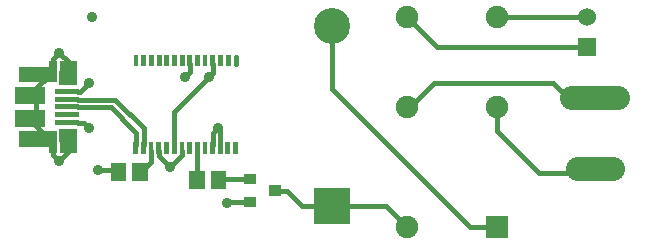
<source format=gbr>
G04 start of page 2 for group 0 idx 0 *
G04 Title: (unknown), component *
G04 Creator: pcb 20091103 *
G04 CreationDate: Thu 05 May 2011 07:25:20 AM GMT UTC *
G04 For: gjhurlbu *
G04 Format: Gerber/RS-274X *
G04 PCB-Dimensions: 600000 500000 *
G04 PCB-Coordinate-Origin: lower left *
%MOIN*%
%FSLAX25Y25*%
%LNFRONT*%
%ADD11C,0.0150*%
%ADD12C,0.0200*%
%ADD13C,0.1200*%
%ADD14C,0.0750*%
%ADD15C,0.0600*%
%ADD16C,0.0800*%
%ADD17C,0.0360*%
%ADD18R,0.0158X0.0158*%
%ADD19R,0.0551X0.0551*%
%ADD20R,0.0276X0.0276*%
%ADD21R,0.0512X0.0512*%
%ADD22R,0.0561X0.0561*%
%ADD23R,0.0160X0.0160*%
%ADD24R,0.0340X0.0340*%
%ADD25C,0.0160*%
%ADD26C,0.0630*%
%ADD27C,0.0520*%
%ADD28C,0.0260*%
%ADD29C,0.0380*%
%ADD30C,0.0390*%
G54D11*X65435Y419907D02*X65907D01*
X69000Y423000D01*
X65435Y409671D02*X67329D01*
X69000Y408000D01*
X57078Y401024D02*Y398922D01*
X59000Y397000D01*
X62196Y402400D02*Y400196D01*
X59000Y397000D01*
X65435Y414789D02*X76211D01*
X65435Y417348D02*X77652D01*
X76211Y414789D02*X84000Y407000D01*
X87200Y407800D02*X77652Y417348D01*
X84600Y406400D02*X83000Y408000D01*
X78914Y393786D02*X72214D01*
X72000Y394000D01*
X84600Y402400D02*Y406400D01*
X87200Y402400D02*Y407800D01*
X92300Y400200D02*Y398700D01*
X89700Y400200D02*Y396700D01*
X86000Y393000D01*
X92300Y398700D02*X96000Y395000D01*
X100000Y400200D02*Y399000D01*
X96000Y395000D01*
X110300Y429300D02*Y426300D01*
X97400Y413400D01*
X102600Y429300D02*Y426600D01*
X101000Y425000D01*
X97400Y402400D02*Y413400D01*
X110200Y402400D02*Y406200D01*
X112000Y408000D01*
X112800Y402400D02*Y407200D01*
X105100Y400200D02*Y391100D01*
X105000Y391000D01*
X112086D02*X122400D01*
X115200Y383200D02*X115000Y383000D01*
X122400Y383200D02*X115200D01*
X131200Y387100D02*X134900D01*
X140000Y382000D01*
X168000D01*
X175000Y375000D01*
X205000D02*X196000D01*
X150000Y421000D01*
X112800Y407200D02*X112000Y408000D01*
X175000Y415000D02*X176000D01*
X184000Y423000D01*
X205000Y415000D02*Y407000D01*
Y445000D02*X235000D01*
Y435000D02*X185000D01*
X175000Y445000D01*
X184000Y423000D02*X223800D01*
X229900Y416900D01*
X205000Y407000D02*X219000Y393000D01*
X231600D01*
X231900Y393300D01*
X150000Y421000D02*Y442000D01*
X62196Y427600D02*Y429804D01*
X59000Y433000D01*
X57078Y428976D02*Y431078D01*
X59000Y433000D01*
X51517Y421348D02*X55897Y425728D01*
X51517Y411211D02*Y408652D01*
X55897Y404272D01*
X51517Y421348D02*Y411211D01*
G54D12*G36*
X144000Y388000D02*Y376000D01*
X156000D01*
Y388000D01*
X144000D01*
G37*
G54D13*X150000Y442000D03*
G54D14*X175000Y375000D03*
G54D12*G36*
X60546Y426847D02*Y422247D01*
X65146D01*
Y426847D01*
X60546D01*
G37*
G36*
X59777D02*Y422247D01*
X64377D01*
Y426847D01*
X59777D01*
G37*
G36*
X59008D02*Y422247D01*
X63608D01*
Y426847D01*
X59008D01*
G37*
G36*
X47022Y428028D02*Y423428D01*
X51622D01*
Y428028D01*
X47022D01*
G37*
G36*
X48085D02*Y423428D01*
X52685D01*
Y428028D01*
X48085D01*
G37*
G36*
X49148D02*Y423428D01*
X53748D01*
Y428028D01*
X49148D01*
G37*
G36*
X60546Y407753D02*Y403153D01*
X65146D01*
Y407753D01*
X60546D01*
G37*
G36*
X59777D02*Y403153D01*
X64377D01*
Y407753D01*
X59777D01*
G37*
G36*
X59008D02*Y403153D01*
X63608D01*
Y407753D01*
X59008D01*
G37*
G36*
X47022Y406572D02*Y401972D01*
X51622D01*
Y406572D01*
X47022D01*
G37*
G36*
X48085D02*Y401972D01*
X52685D01*
Y406572D01*
X48085D01*
G37*
G36*
X49148D02*Y401972D01*
X53748D01*
Y406572D01*
X49148D01*
G37*
G36*
X232000Y438000D02*Y432000D01*
X238000D01*
Y438000D01*
X232000D01*
G37*
G54D15*X235000Y445000D03*
G54D14*X175000D03*
Y415000D03*
G54D16*X231900Y394300D03*
X233800D03*
X235800D03*
X237700D03*
X239700D03*
X241600D03*
X229900Y417900D03*
X231900D03*
X233800D03*
X235800D03*
X237700D03*
X239700D03*
X241600D03*
X243600D03*
X245500D03*
X243600Y394300D03*
G54D12*G36*
X201250Y378750D02*Y371250D01*
X208750D01*
Y378750D01*
X201250D01*
G37*
G54D14*X205000Y415000D03*
Y445000D03*
G54D17*X69000Y408000D03*
X96000Y395000D03*
X72000Y394000D03*
X69000Y423000D03*
X70000Y445000D03*
X109000Y425000D03*
X101000D03*
X112000Y408000D03*
X115000Y383000D03*
X59000Y397000D03*
Y433000D03*
G54D18*X58456Y420118D02*X64952D01*
G54D19*X62196Y427600D02*Y425236D01*
G54D20*X57078Y428976D02*Y424547D01*
G54D21*X48220Y425728D02*X55897D01*
G54D22*X47285Y418789D02*X51517D01*
G54D18*X58456Y417559D02*X64952D01*
X58456Y415000D02*X64952D01*
X58456Y412441D02*X64952D01*
X58456Y409882D02*X64952D01*
G54D19*X62196Y404764D02*Y402400D01*
G54D20*X57078Y405453D02*Y401024D01*
G54D21*X48220Y404272D02*X55897D01*
G54D22*X47285Y411211D02*X51517D01*
G54D23*X84600Y402400D02*Y400200D01*
X87200Y402400D02*Y400200D01*
X89700Y402400D02*Y400200D01*
X92300Y402400D02*Y400200D01*
G54D21*X86000Y393786D02*Y393000D01*
X78914Y393786D02*Y393000D01*
G54D23*X94900Y402400D02*Y400200D01*
X97400Y402400D02*Y400200D01*
X100000Y402400D02*Y400200D01*
X102500Y402400D02*Y400200D01*
X105100Y402400D02*Y400200D01*
X107700Y402400D02*Y400200D01*
X110200Y402400D02*Y400200D01*
X112800Y402400D02*Y400200D01*
G54D21*X105000Y391000D02*Y390214D01*
G54D23*X115300Y402400D02*Y400200D01*
X117900Y402400D02*Y400200D01*
G54D21*X112086Y391000D02*Y390214D01*
G54D24*X122400Y391000D02*X123000D01*
X122400Y383200D02*X123000D01*
X130600Y387100D02*X131200D01*
G54D23*X84700Y431500D02*Y429300D01*
G54D25*X118000Y431500D02*Y429300D01*
G54D23*X115400Y431500D02*Y429300D01*
X112900Y431500D02*Y429300D01*
X110300Y431500D02*Y429300D01*
X107700Y431500D02*Y429300D01*
X105200Y431500D02*Y429300D01*
X102600Y431500D02*Y429300D01*
X100100Y431500D02*Y429300D01*
X97500Y431500D02*Y429300D01*
X94900Y431500D02*Y429300D01*
X92400Y431500D02*Y429300D01*
X89800Y431500D02*Y429300D01*
X87300Y431500D02*Y429300D01*
G54D26*G54D27*G54D28*G54D29*G54D27*G54D30*G54D27*G54D12*M02*

</source>
